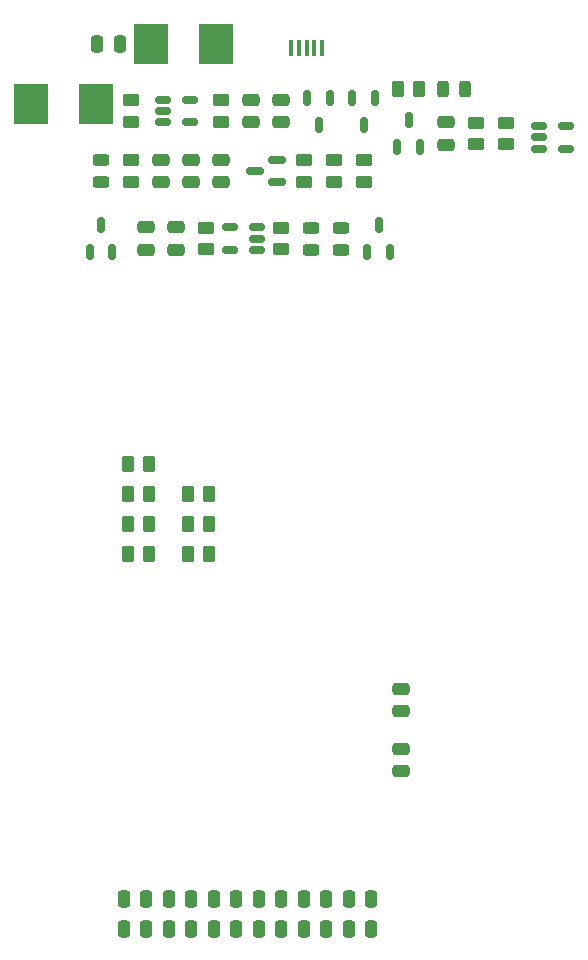
<source format=gbr>
%TF.GenerationSoftware,KiCad,Pcbnew,7.0.10*%
%TF.CreationDate,2024-01-02T11:24:53+01:00*%
%TF.ProjectId,sim800x_break,73696d38-3030-4785-9f62-7265616b2e6b,rev?*%
%TF.SameCoordinates,Original*%
%TF.FileFunction,Paste,Top*%
%TF.FilePolarity,Positive*%
%FSLAX46Y46*%
G04 Gerber Fmt 4.6, Leading zero omitted, Abs format (unit mm)*
G04 Created by KiCad (PCBNEW 7.0.10) date 2024-01-02 11:24:53*
%MOMM*%
%LPD*%
G01*
G04 APERTURE LIST*
G04 Aperture macros list*
%AMRoundRect*
0 Rectangle with rounded corners*
0 $1 Rounding radius*
0 $2 $3 $4 $5 $6 $7 $8 $9 X,Y pos of 4 corners*
0 Add a 4 corners polygon primitive as box body*
4,1,4,$2,$3,$4,$5,$6,$7,$8,$9,$2,$3,0*
0 Add four circle primitives for the rounded corners*
1,1,$1+$1,$2,$3*
1,1,$1+$1,$4,$5*
1,1,$1+$1,$6,$7*
1,1,$1+$1,$8,$9*
0 Add four rect primitives between the rounded corners*
20,1,$1+$1,$2,$3,$4,$5,0*
20,1,$1+$1,$4,$5,$6,$7,0*
20,1,$1+$1,$6,$7,$8,$9,0*
20,1,$1+$1,$8,$9,$2,$3,0*%
G04 Aperture macros list end*
%ADD10RoundRect,0.150000X-0.512500X-0.150000X0.512500X-0.150000X0.512500X0.150000X-0.512500X0.150000X0*%
%ADD11RoundRect,0.150000X0.150000X-0.512500X0.150000X0.512500X-0.150000X0.512500X-0.150000X-0.512500X0*%
%ADD12R,2.950000X3.500000*%
%ADD13RoundRect,0.250000X-0.450000X0.262500X-0.450000X-0.262500X0.450000X-0.262500X0.450000X0.262500X0*%
%ADD14RoundRect,0.250000X0.250000X0.475000X-0.250000X0.475000X-0.250000X-0.475000X0.250000X-0.475000X0*%
%ADD15RoundRect,0.250000X-0.250000X-0.475000X0.250000X-0.475000X0.250000X0.475000X-0.250000X0.475000X0*%
%ADD16RoundRect,0.250000X-0.475000X0.250000X-0.475000X-0.250000X0.475000X-0.250000X0.475000X0.250000X0*%
%ADD17RoundRect,0.150000X-0.150000X0.512500X-0.150000X-0.512500X0.150000X-0.512500X0.150000X0.512500X0*%
%ADD18RoundRect,0.250000X0.450000X-0.262500X0.450000X0.262500X-0.450000X0.262500X-0.450000X-0.262500X0*%
%ADD19RoundRect,0.243750X0.456250X-0.243750X0.456250X0.243750X-0.456250X0.243750X-0.456250X-0.243750X0*%
%ADD20R,0.400000X1.400000*%
%ADD21RoundRect,0.150000X0.512500X0.150000X-0.512500X0.150000X-0.512500X-0.150000X0.512500X-0.150000X0*%
%ADD22RoundRect,0.250000X0.262500X0.450000X-0.262500X0.450000X-0.262500X-0.450000X0.262500X-0.450000X0*%
%ADD23RoundRect,0.250000X0.475000X-0.250000X0.475000X0.250000X-0.475000X0.250000X-0.475000X-0.250000X0*%
%ADD24RoundRect,0.250000X-0.262500X-0.450000X0.262500X-0.450000X0.262500X0.450000X-0.262500X0.450000X0*%
%ADD25RoundRect,0.150000X0.587500X0.150000X-0.587500X0.150000X-0.587500X-0.150000X0.587500X-0.150000X0*%
%ADD26RoundRect,0.243750X0.243750X0.456250X-0.243750X0.456250X-0.243750X-0.456250X0.243750X-0.456250X0*%
G04 APERTURE END LIST*
D10*
%TO.C,U2*%
X120280000Y-48895000D03*
X120280000Y-49845000D03*
X120280000Y-50795000D03*
X122555000Y-50795000D03*
X122555000Y-48895000D03*
%TD*%
D11*
%TO.C,U9*%
X105730000Y-59557500D03*
X107630000Y-59557500D03*
X106680000Y-57282500D03*
%TD*%
D12*
%TO.C,L2*%
X82735000Y-46990000D03*
X77285000Y-46990000D03*
%TD*%
D13*
%TO.C,R8*%
X105410000Y-51792500D03*
X105410000Y-53617500D03*
%TD*%
D14*
%TO.C,C9*%
X84770000Y-41910000D03*
X82870000Y-41910000D03*
%TD*%
D15*
%TO.C,C4*%
X85095000Y-116840000D03*
X86995000Y-116840000D03*
%TD*%
D11*
%TO.C,U3*%
X108270000Y-50667500D03*
X110170000Y-50667500D03*
X109220000Y-48392500D03*
%TD*%
D16*
%TO.C,C12*%
X89535000Y-57470000D03*
X89535000Y-59370000D03*
%TD*%
D17*
%TO.C,U7*%
X106360000Y-46487500D03*
X104460000Y-46487500D03*
X105410000Y-48762500D03*
%TD*%
D18*
%TO.C,R13*%
X85725000Y-53617500D03*
X85725000Y-51792500D03*
%TD*%
D15*
%TO.C,C3*%
X92715000Y-114300000D03*
X94615000Y-114300000D03*
%TD*%
%TO.C,C21*%
X104145000Y-114300000D03*
X106045000Y-114300000D03*
%TD*%
D12*
%TO.C,L1*%
X92895000Y-41910000D03*
X87445000Y-41910000D03*
%TD*%
D19*
%TO.C,D3*%
X103505000Y-59357500D03*
X103505000Y-57482500D03*
%TD*%
D20*
%TO.C,J5*%
X101884000Y-42320000D03*
X101234000Y-42320000D03*
X100584000Y-42320000D03*
X99934000Y-42320000D03*
X99284000Y-42320000D03*
%TD*%
D15*
%TO.C,C1*%
X88905000Y-114300000D03*
X90805000Y-114300000D03*
%TD*%
D21*
%TO.C,U5*%
X96387500Y-59370000D03*
X96387500Y-58420000D03*
X96387500Y-57470000D03*
X94112500Y-57470000D03*
X94112500Y-59370000D03*
%TD*%
D16*
%TO.C,C10*%
X88265000Y-51755000D03*
X88265000Y-53655000D03*
%TD*%
D15*
%TO.C,C2*%
X85095000Y-114300000D03*
X86995000Y-114300000D03*
%TD*%
D22*
%TO.C,R3*%
X92352500Y-82550000D03*
X90527500Y-82550000D03*
%TD*%
D10*
%TO.C,U4*%
X88397500Y-46675000D03*
X88397500Y-47625000D03*
X88397500Y-48575000D03*
X90672500Y-48575000D03*
X90672500Y-46675000D03*
%TD*%
D22*
%TO.C,R2*%
X92352500Y-80010000D03*
X90527500Y-80010000D03*
%TD*%
D15*
%TO.C,C24*%
X104145000Y-116840000D03*
X106045000Y-116840000D03*
%TD*%
D18*
%TO.C,R9*%
X100330000Y-53617500D03*
X100330000Y-51792500D03*
%TD*%
D16*
%TO.C,C25*%
X86995000Y-57470000D03*
X86995000Y-59370000D03*
%TD*%
D22*
%TO.C,R4*%
X87272500Y-77470000D03*
X85447500Y-77470000D03*
%TD*%
D19*
%TO.C,D2*%
X100965000Y-59357500D03*
X100965000Y-57482500D03*
%TD*%
D13*
%TO.C,R18*%
X102870000Y-51792500D03*
X102870000Y-53617500D03*
%TD*%
D23*
%TO.C,C11*%
X95885000Y-48575000D03*
X95885000Y-46675000D03*
%TD*%
D15*
%TO.C,C5*%
X88905000Y-116840000D03*
X90805000Y-116840000D03*
%TD*%
D22*
%TO.C,R6*%
X87272500Y-85090000D03*
X85447500Y-85090000D03*
%TD*%
D15*
%TO.C,C22*%
X96525000Y-116840000D03*
X98425000Y-116840000D03*
%TD*%
D24*
%TO.C,R10*%
X108307500Y-45720000D03*
X110132500Y-45720000D03*
%TD*%
D22*
%TO.C,R1*%
X87272500Y-82550000D03*
X85447500Y-82550000D03*
%TD*%
D16*
%TO.C,C6*%
X108585000Y-101605000D03*
X108585000Y-103505000D03*
%TD*%
D13*
%TO.C,R12*%
X93345000Y-46712500D03*
X93345000Y-48537500D03*
%TD*%
D19*
%TO.C,D12*%
X83185000Y-53642500D03*
X83185000Y-51767500D03*
%TD*%
D17*
%TO.C,U6*%
X102550000Y-46487500D03*
X100650000Y-46487500D03*
X101600000Y-48762500D03*
%TD*%
D25*
%TO.C,Q1*%
X98092500Y-53655000D03*
X98092500Y-51755000D03*
X96217500Y-52705000D03*
%TD*%
D23*
%TO.C,C7*%
X108585000Y-98425000D03*
X108585000Y-96525000D03*
%TD*%
D16*
%TO.C,C26*%
X112395000Y-48580000D03*
X112395000Y-50480000D03*
%TD*%
D18*
%TO.C,R11*%
X114935000Y-50442500D03*
X114935000Y-48617500D03*
%TD*%
D26*
%TO.C,D1*%
X113967500Y-45720000D03*
X112092500Y-45720000D03*
%TD*%
D23*
%TO.C,C16*%
X98425000Y-48575000D03*
X98425000Y-46675000D03*
%TD*%
D16*
%TO.C,C13*%
X90805000Y-51755000D03*
X90805000Y-53655000D03*
%TD*%
D13*
%TO.C,R16*%
X92075000Y-57507500D03*
X92075000Y-59332500D03*
%TD*%
D22*
%TO.C,R7*%
X92352500Y-85090000D03*
X90527500Y-85090000D03*
%TD*%
D15*
%TO.C,C20*%
X100335000Y-114300000D03*
X102235000Y-114300000D03*
%TD*%
D22*
%TO.C,R5*%
X87272500Y-80010000D03*
X85447500Y-80010000D03*
%TD*%
D16*
%TO.C,C17*%
X93345000Y-51755000D03*
X93345000Y-53655000D03*
%TD*%
D15*
%TO.C,C18*%
X92715000Y-116840000D03*
X94615000Y-116840000D03*
%TD*%
D18*
%TO.C,R14*%
X85725000Y-48537500D03*
X85725000Y-46712500D03*
%TD*%
D11*
%TO.C,U8*%
X82235000Y-59557500D03*
X84135000Y-59557500D03*
X83185000Y-57282500D03*
%TD*%
D18*
%TO.C,R17*%
X98425000Y-59332500D03*
X98425000Y-57507500D03*
%TD*%
D15*
%TO.C,C19*%
X96525000Y-114300000D03*
X98425000Y-114300000D03*
%TD*%
%TO.C,C23*%
X100335000Y-116840000D03*
X102235000Y-116840000D03*
%TD*%
D18*
%TO.C,R15*%
X117475000Y-50442500D03*
X117475000Y-48617500D03*
%TD*%
M02*

</source>
